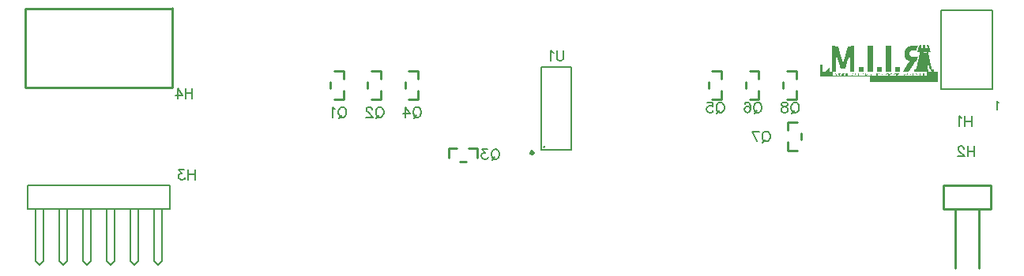
<source format=gbo>
G04 Layer: BottomSilkscreenLayer*
G04 EasyEDA v6.5.9, 2023-12-18 21:36:12*
G04 Gerber Generator version 0.2*
G04 Scale: 100 percent, Rotated: No, Reflected: No *
G04 Dimensions in millimeters *
G04 leading zeros omitted , absolute positions ,4 integer and 5 decimal *
%FSLAX45Y45*%
%MOMM*%

%ADD10C,0.1524*%
%ADD11C,0.1500*%
%ADD12C,0.2540*%
%ADD13C,0.2032*%
%ADD14C,0.1375*%
%ADD15C,0.4000*%
%ADD16C,0.0158*%

%LPD*%
G36*
X10454284Y5184140D02*
G01*
X10449610Y5184089D01*
X10446004Y5183479D01*
X10443108Y5181904D01*
X10440670Y5178806D01*
X10438384Y5173726D01*
X10436047Y5166156D01*
X10429849Y5141518D01*
X10421366Y5106365D01*
X10438638Y5106212D01*
X10442143Y5105552D01*
X10444053Y5104333D01*
X10485272Y5104333D01*
X10488269Y5105450D01*
X10494213Y5106162D01*
X10502849Y5106365D01*
X10513517Y5106162D01*
X10519562Y5105298D01*
X10521899Y5103469D01*
X10521543Y5100421D01*
X10519714Y5097627D01*
X10516616Y5096205D01*
X10511637Y5096002D01*
X10504068Y5096916D01*
X10497870Y5098135D01*
X10492282Y5099659D01*
X10487914Y5101285D01*
X10485323Y5102860D01*
X10485272Y5104333D01*
X10444053Y5104333D01*
X10444530Y5104028D01*
X10445750Y5101285D01*
X10445953Y5096967D01*
X10445191Y5090820D01*
X10410809Y4939690D01*
X10527741Y4939690D01*
X10527995Y4949850D01*
X10529112Y4955387D01*
X10531856Y4957724D01*
X10536783Y4958232D01*
X10541609Y4957673D01*
X10544708Y4955336D01*
X10546689Y4950256D01*
X10549839Y4934204D01*
X10551922Y4928260D01*
X10554512Y4923790D01*
X10561929Y4916576D01*
X10566755Y4908651D01*
X10570616Y4899914D01*
X10572191Y4892852D01*
X10570870Y4892344D01*
X10567314Y4891938D01*
X10555528Y4891582D01*
X10538866Y4891582D01*
X10538866Y4906365D01*
X10538561Y4913223D01*
X10537596Y4917795D01*
X10535869Y4920386D01*
X10530687Y4922113D01*
X10528960Y4925212D01*
X10528046Y4930902D01*
X10527741Y4939690D01*
X10410809Y4939690D01*
X10409986Y4936134D01*
X10407751Y4928514D01*
X10405160Y4924958D01*
X10401198Y4922926D01*
X10389870Y4920996D01*
X10386161Y4919472D01*
X10383977Y4917338D01*
X10383266Y4914493D01*
X10382554Y4907635D01*
X10380980Y4899914D01*
X10378744Y4891582D01*
X10516666Y4891582D01*
X10516666Y4847132D01*
X9509201Y4847132D01*
X9509201Y4891582D01*
X9405518Y4891582D01*
X9405518Y4965649D01*
X9375851Y4965649D01*
X9375851Y4843424D01*
X9912908Y4843424D01*
X9912908Y4784140D01*
X10642549Y4784140D01*
X10642549Y4891582D01*
X10602468Y4891582D01*
X10600029Y4906162D01*
X10598353Y4913985D01*
X10596016Y4918557D01*
X10592206Y4920843D01*
X10579404Y4923028D01*
X10575391Y4925923D01*
X10572648Y4932172D01*
X10546232Y5049520D01*
X10536631Y5094630D01*
X10535158Y5102961D01*
X10536224Y5104282D01*
X10539069Y5105400D01*
X10543336Y5106111D01*
X10554411Y5106670D01*
X10558272Y5107482D01*
X10560100Y5108956D01*
X10560050Y5111089D01*
X10556341Y5124450D01*
X10545064Y5169357D01*
X10543184Y5175402D01*
X10541355Y5179568D01*
X10539476Y5182108D01*
X10537240Y5183479D01*
X10534497Y5184038D01*
X10531043Y5184140D01*
X10524032Y5182870D01*
X10520629Y5178755D01*
X10520629Y5171389D01*
X10525658Y5155082D01*
X10525404Y5152237D01*
X10522508Y5151069D01*
X10516565Y5150815D01*
X10510367Y5151170D01*
X10507065Y5153152D01*
X10505744Y5158130D01*
X10505338Y5177078D01*
X10503865Y5182057D01*
X10500055Y5183886D01*
X10492587Y5184140D01*
X10485120Y5183886D01*
X10481259Y5182057D01*
X10479836Y5177078D01*
X10479379Y5158079D01*
X10478058Y5153101D01*
X10474655Y5151170D01*
X10468254Y5150815D01*
X10462717Y5151120D01*
X10459516Y5152136D01*
X10458348Y5154117D01*
X10458805Y5157317D01*
X10462971Y5172303D01*
X10463885Y5177078D01*
X10463885Y5180330D01*
X10462971Y5182412D01*
X10461091Y5183581D01*
X10458246Y5184038D01*
G37*
G36*
X10425176Y5174132D02*
G01*
X10367721Y5171694D01*
X10348417Y5170220D01*
X10341254Y5169154D01*
X10335260Y5167884D01*
X10329976Y5166207D01*
X10325049Y5164124D01*
X10320070Y5161534D01*
X10315244Y5158638D01*
X10310723Y5155387D01*
X10306558Y5151780D01*
X10302646Y5147919D01*
X10299090Y5143754D01*
X10295788Y5139385D01*
X10292842Y5134762D01*
X10290200Y5129936D01*
X10287863Y5124958D01*
X10285831Y5119776D01*
X10284104Y5114493D01*
X10282682Y5109108D01*
X10281564Y5103672D01*
X10280294Y5092598D01*
X10280243Y5081473D01*
X10280700Y5075936D01*
X10281462Y5070449D01*
X10282529Y5065115D01*
X10283901Y5059832D01*
X10285628Y5054701D01*
X10287609Y5049672D01*
X10289946Y5044897D01*
X10292537Y5040274D01*
X10295483Y5035905D01*
X10298734Y5031740D01*
X10302290Y5027879D01*
X10306151Y5024323D01*
X10310317Y5021072D01*
X10314787Y5018176D01*
X10328046Y5011369D01*
X10332110Y5008168D01*
X10332516Y5005019D01*
X10324896Y4992217D01*
X10300563Y4949190D01*
X10285780Y4924348D01*
X10268610Y4897120D01*
X10315143Y4895392D01*
X10319105Y4895443D01*
X10322610Y4895850D01*
X10325709Y4896662D01*
X10328554Y4897932D01*
X10331246Y4899863D01*
X10333888Y4902454D01*
X10336631Y4905806D01*
X10342829Y4915357D01*
X10374985Y4972862D01*
X10384434Y4989271D01*
X10387939Y4994960D01*
X10390835Y4999228D01*
X10393222Y5002276D01*
X10395254Y5004257D01*
X10397134Y5005527D01*
X10399014Y5006136D01*
X10403179Y5006390D01*
X10407802Y5007203D01*
X10411307Y5010353D01*
X10414406Y5017109D01*
X10417911Y5028539D01*
X10422229Y5044744D01*
X10424058Y5052618D01*
X10421264Y5053380D01*
X10413796Y5053990D01*
X10402671Y5054396D01*
X10370159Y5054803D01*
X10363504Y5055209D01*
X10358221Y5055920D01*
X10354056Y5057038D01*
X10350550Y5058511D01*
X10347350Y5060492D01*
X10344150Y5063083D01*
X10339679Y5067960D01*
X10336377Y5073700D01*
X10334244Y5080000D01*
X10333380Y5086654D01*
X10333736Y5093411D01*
X10335310Y5099964D01*
X10338155Y5106111D01*
X10342219Y5111546D01*
X10345013Y5114340D01*
X10347807Y5116576D01*
X10350906Y5118252D01*
X10354564Y5119522D01*
X10359136Y5120436D01*
X10364825Y5121097D01*
X10381030Y5121960D01*
X10411104Y5123027D01*
X10421213Y5160467D01*
G37*
G36*
X9501784Y5169611D02*
G01*
X9501784Y4895240D01*
X9546234Y4895240D01*
X9546844Y4993335D01*
X9547656Y5023154D01*
X9548876Y5049469D01*
X9550247Y5069382D01*
X9550958Y5076139D01*
X9551619Y5080203D01*
X9551974Y5081168D01*
X9552279Y5081320D01*
X9552889Y5079085D01*
X9553143Y5076647D01*
X9554057Y5072278D01*
X9556089Y5064506D01*
X9589770Y4955235D01*
X9596882Y4931206D01*
X9598660Y4927803D01*
X9602520Y4925974D01*
X9609734Y4925314D01*
X9621570Y4925669D01*
X9644380Y4926736D01*
X9666224Y4993233D01*
X9674961Y5020513D01*
X9686493Y5058359D01*
X9692132Y5076088D01*
X9693757Y5080457D01*
X9694011Y5080508D01*
X9694519Y5077815D01*
X9695078Y5071516D01*
X9696043Y5049926D01*
X9696856Y5018684D01*
X9698228Y4895240D01*
X9742525Y4895240D01*
X9742525Y5169611D01*
X9674606Y5167477D01*
X9655302Y5101132D01*
X9636506Y5034991D01*
X9631578Y5018278D01*
X9627717Y5005984D01*
X9624771Y4997653D01*
X9622586Y4992878D01*
X9621723Y4991658D01*
X9620961Y4991201D01*
X9620351Y4991354D01*
X9619792Y4992116D01*
X9591294Y5093004D01*
X9569856Y5167477D01*
G37*
G36*
X10083292Y5169357D02*
G01*
X10083292Y4895240D01*
X10138867Y4895240D01*
X10138867Y5169357D01*
G37*
G36*
X9887000Y5169357D02*
G01*
X9887000Y4895240D01*
X9942576Y4895240D01*
X9942576Y5169357D01*
G37*
G36*
X10183317Y4947107D02*
G01*
X10183317Y4895240D01*
X10235133Y4895240D01*
X10235133Y4947107D01*
G37*
G36*
X9987026Y4947107D02*
G01*
X9987026Y4895240D01*
X10038842Y4895240D01*
X10038842Y4947107D01*
G37*
G36*
X9790684Y4947107D02*
G01*
X9790684Y4895240D01*
X9842550Y4895240D01*
X9842550Y4947107D01*
G37*
G36*
X9478568Y4943398D02*
G01*
X9476282Y4941519D01*
X9463024Y4928666D01*
X9429800Y4895240D01*
X9479584Y4895240D01*
X9479483Y4928666D01*
X9479280Y4936337D01*
X9478924Y4941519D01*
G37*
G36*
X9861143Y4881270D02*
G01*
X9859568Y4880508D01*
X9858146Y4878425D01*
X9857130Y4875174D01*
X9856571Y4870856D01*
X9856724Y4865624D01*
X9857486Y4859883D01*
X9858552Y4855159D01*
X9859822Y4852009D01*
X9861042Y4850790D01*
X9863480Y4853178D01*
X9865309Y4859070D01*
X9866122Y4866640D01*
X9865563Y4873955D01*
X9864344Y4878120D01*
X9862820Y4880508D01*
G37*
G36*
X10490606Y4880457D02*
G01*
X10484408Y4879136D01*
X10480090Y4875834D01*
X10478465Y4871415D01*
X10480141Y4866843D01*
X10481767Y4864201D01*
X10482173Y4861560D01*
X10481310Y4858715D01*
X10476585Y4852111D01*
X10475925Y4850841D01*
X10477195Y4851501D01*
X10480497Y4854041D01*
X10483189Y4856784D01*
X10484815Y4859985D01*
X10485323Y4863693D01*
X10484104Y4871466D01*
X10484256Y4874260D01*
X10485018Y4876088D01*
X10486390Y4876749D01*
X10488015Y4875631D01*
X10489488Y4872685D01*
X10490708Y4868265D01*
X10491470Y4862880D01*
X10492689Y4848961D01*
X10494568Y4864709D01*
X10495280Y4872482D01*
X10494924Y4877308D01*
X10493451Y4879746D01*
G37*
G36*
X10448137Y4880457D02*
G01*
X10446613Y4879390D01*
X10445699Y4876342D01*
X10445343Y4871669D01*
X10445648Y4865624D01*
X10446969Y4855159D01*
X10447578Y4852009D01*
X10448137Y4850790D01*
X10448645Y4852009D01*
X10449306Y4855159D01*
X10450626Y4865624D01*
X10450880Y4871669D01*
X10450525Y4876342D01*
X10449610Y4879390D01*
G37*
G36*
X10312095Y4880457D02*
G01*
X10310977Y4879289D01*
X10310063Y4876088D01*
X10309453Y4871364D01*
X10309250Y4865624D01*
X10309656Y4855159D01*
X10310114Y4852009D01*
X10310672Y4850790D01*
X10311384Y4852009D01*
X10312146Y4855159D01*
X10313568Y4865624D01*
X10313873Y4871364D01*
X10313720Y4876088D01*
X10313111Y4879289D01*
G37*
G36*
X10274858Y4880457D02*
G01*
X10272826Y4879594D01*
X10271607Y4876901D01*
X10271201Y4872278D01*
X10271556Y4865624D01*
X10272369Y4859883D01*
X10273538Y4855159D01*
X10274909Y4852009D01*
X10276281Y4850790D01*
X10277551Y4852009D01*
X10278618Y4855159D01*
X10279329Y4859883D01*
X10279583Y4865624D01*
X10279278Y4871974D01*
X10278364Y4876596D01*
X10276890Y4879492D01*
G37*
G36*
X10190632Y4880457D02*
G01*
X10184384Y4879949D01*
X10178897Y4878628D01*
X10174224Y4876495D01*
X10170617Y4873752D01*
X10168077Y4870450D01*
X10166756Y4866741D01*
X10166807Y4862728D01*
X10168331Y4858512D01*
X10170058Y4855514D01*
X10171785Y4853076D01*
X10173258Y4851400D01*
X10174325Y4850790D01*
X10174732Y4851349D01*
X10174579Y4852771D01*
X10173868Y4854854D01*
X10172649Y4857394D01*
X10171125Y4863744D01*
X10172598Y4870043D01*
X10176306Y4874818D01*
X10181640Y4876749D01*
X10184028Y4875885D01*
X10185857Y4873294D01*
X10187025Y4868976D01*
X10187635Y4862880D01*
X10188244Y4848961D01*
X10189718Y4862880D01*
X10190581Y4868672D01*
X10191699Y4872837D01*
X10193020Y4875428D01*
X10194391Y4876292D01*
X10195763Y4875580D01*
X10197033Y4873142D01*
X10198049Y4869129D01*
X10198811Y4863388D01*
X10199979Y4850028D01*
X10213594Y4865217D01*
X10218623Y4871161D01*
X10222280Y4875987D01*
X10224211Y4879238D01*
X10224058Y4880457D01*
X10222026Y4879492D01*
X10218928Y4876901D01*
X10215118Y4873091D01*
X10211054Y4868418D01*
X10201198Y4856378D01*
X10202722Y4868418D01*
X10203332Y4875225D01*
X10202164Y4878781D01*
X10198303Y4880203D01*
G37*
G36*
X10106101Y4880457D02*
G01*
X10099294Y4879695D01*
X10093045Y4877714D01*
X10087610Y4874768D01*
X10083342Y4871110D01*
X10080447Y4867198D01*
X10079278Y4863185D01*
X10080142Y4859528D01*
X10083241Y4856378D01*
X10084562Y4855921D01*
X10085222Y4856429D01*
X10085324Y4857800D01*
X10084714Y4859934D01*
X10084460Y4865420D01*
X10086949Y4870856D01*
X10091369Y4875072D01*
X10096703Y4876749D01*
X10098938Y4875834D01*
X10100665Y4873193D01*
X10101834Y4868824D01*
X10102443Y4862880D01*
X10103053Y4848961D01*
X10104526Y4862880D01*
X10105339Y4868265D01*
X10106558Y4872685D01*
X10107980Y4875631D01*
X10109454Y4876749D01*
X10110825Y4875631D01*
X10111943Y4872685D01*
X10112756Y4868265D01*
X10113060Y4862880D01*
X10113213Y4848961D01*
X10125506Y4862880D01*
X10130586Y4868265D01*
X10135362Y4872685D01*
X10139273Y4875631D01*
X10141813Y4876749D01*
X10143490Y4875631D01*
X10145064Y4872685D01*
X10146385Y4868265D01*
X10147249Y4862880D01*
X10148722Y4848961D01*
X10149332Y4864709D01*
X10149382Y4872736D01*
X10148570Y4877562D01*
X10146487Y4879848D01*
X10142880Y4880457D01*
X10139324Y4879492D01*
X10134904Y4876901D01*
X10130180Y4873091D01*
X10125659Y4868418D01*
X10115550Y4856378D01*
X10117277Y4868418D01*
X10118039Y4875174D01*
X10117023Y4878781D01*
X10113365Y4880203D01*
G37*
G36*
X10072827Y4880457D02*
G01*
X10071760Y4879594D01*
X10071150Y4877206D01*
X10070998Y4873650D01*
X10071404Y4869332D01*
X10072979Y4861509D01*
X10073792Y4859121D01*
X10074452Y4858207D01*
X10075011Y4859121D01*
X10075468Y4861509D01*
X10075875Y4869332D01*
X10075672Y4873650D01*
X10075011Y4877206D01*
X10073995Y4879594D01*
G37*
G36*
X9990328Y4880457D02*
G01*
X9984486Y4878882D01*
X9979863Y4875225D01*
X9977729Y4870958D01*
X9979406Y4867605D01*
X9980930Y4866030D01*
X9981387Y4863795D01*
X9980777Y4860848D01*
X9977018Y4852720D01*
X9976561Y4851044D01*
X9978034Y4851958D01*
X9981641Y4855260D01*
X9984587Y4858562D01*
X9985959Y4861306D01*
X9985705Y4863947D01*
X9982454Y4868926D01*
X9981641Y4871059D01*
X9981488Y4872939D01*
X9982098Y4874310D01*
X9985654Y4876647D01*
X9988346Y4875530D01*
X9990277Y4871008D01*
X9991445Y4862880D01*
X9992664Y4848961D01*
X9994544Y4864709D01*
X9995255Y4872634D01*
X9994900Y4877409D01*
X9993325Y4879797D01*
G37*
G36*
X9962946Y4880457D02*
G01*
X9961422Y4879390D01*
X9960508Y4876342D01*
X9960152Y4871669D01*
X9960457Y4865624D01*
X9961727Y4855159D01*
X9962388Y4852009D01*
X9962946Y4850790D01*
X9963454Y4852009D01*
X9964115Y4855159D01*
X9965436Y4865624D01*
X9965690Y4871669D01*
X9965334Y4876342D01*
X9964420Y4879390D01*
G37*
G36*
X9919309Y4880457D02*
G01*
X9917277Y4879594D01*
X9916058Y4876901D01*
X9915652Y4872278D01*
X9916007Y4865624D01*
X9916820Y4859883D01*
X9917988Y4855159D01*
X9919309Y4852009D01*
X9920732Y4850790D01*
X9922002Y4852009D01*
X9923068Y4855159D01*
X9923780Y4859883D01*
X9924034Y4865624D01*
X9923729Y4871974D01*
X9922814Y4876596D01*
X9921341Y4879492D01*
G37*
G36*
X9887204Y4880457D02*
G01*
X9885527Y4879594D01*
X9883444Y4877257D01*
X9881260Y4873802D01*
X9877044Y4865522D01*
X9874859Y4862474D01*
X9872929Y4860696D01*
X9871456Y4860544D01*
X9870490Y4860747D01*
X9870084Y4860036D01*
X9870186Y4858562D01*
X9871760Y4854194D01*
X9872624Y4852568D01*
X9873386Y4851603D01*
X9873843Y4851603D01*
X9882479Y4866538D01*
X9885324Y4871974D01*
X9887153Y4876342D01*
X9887813Y4879340D01*
G37*
G36*
X9821672Y4880457D02*
G01*
X9819640Y4879340D01*
X9816338Y4876393D01*
X9808057Y4867351D01*
X9804095Y4862423D01*
X9800894Y4858004D01*
X9798913Y4854702D01*
X9798659Y4853076D01*
X9800132Y4853787D01*
X9803231Y4856530D01*
X9807498Y4860848D01*
X9812426Y4866284D01*
X9816998Y4871770D01*
X9820300Y4876292D01*
X9821926Y4879340D01*
G37*
G36*
X9648088Y4880457D02*
G01*
X9648088Y4865979D01*
X9648342Y4860493D01*
X9648901Y4856276D01*
X9649815Y4853736D01*
X9650882Y4853228D01*
X9651949Y4854752D01*
X9652863Y4857648D01*
X9653422Y4861509D01*
X9654032Y4871110D01*
X9655200Y4874463D01*
X9657486Y4876241D01*
X9661093Y4876749D01*
X9664750Y4876139D01*
X9667138Y4874006D01*
X9668459Y4869738D01*
X9669068Y4862880D01*
X9669678Y4848961D01*
X9671202Y4861915D01*
X9672167Y4867148D01*
X9673590Y4871821D01*
X9675317Y4875479D01*
X9677095Y4877562D01*
X9677450Y4878628D01*
X9675266Y4879543D01*
X9670897Y4880152D01*
X9664750Y4880406D01*
G37*
G36*
X9625990Y4880457D02*
G01*
X9619538Y4880152D01*
X9616338Y4878425D01*
X9615424Y4874006D01*
X9615982Y4865624D01*
X9616846Y4859578D01*
X9617964Y4855159D01*
X9619284Y4852314D01*
X9620656Y4851196D01*
X9621926Y4851704D01*
X9622993Y4853990D01*
X9623755Y4858004D01*
X9624314Y4869180D01*
X9625076Y4873091D01*
X9626193Y4875530D01*
X9627514Y4876444D01*
X9628886Y4875834D01*
X9630206Y4873650D01*
X9631375Y4869992D01*
X9632188Y4864709D01*
X9633458Y4852670D01*
X9635388Y4866538D01*
X9636252Y4874412D01*
X9635540Y4878527D01*
X9632340Y4880152D01*
G37*
G36*
X9588652Y4880457D02*
G01*
X9585756Y4880051D01*
X9582708Y4878933D01*
X9579508Y4877003D01*
X9576155Y4874361D01*
X9572650Y4870958D01*
X9568992Y4866843D01*
X9565233Y4861966D01*
X9561372Y4856378D01*
X9560204Y4854295D01*
X9560661Y4854092D01*
X9562642Y4855718D01*
X9575393Y4869180D01*
X9577730Y4854702D01*
X9578289Y4853787D01*
X9578695Y4856480D01*
X9579610Y4868976D01*
X9580778Y4873294D01*
X9582556Y4875885D01*
X9584893Y4876749D01*
X9587280Y4875834D01*
X9589211Y4873193D01*
X9590582Y4868824D01*
X9591446Y4862880D01*
X9592665Y4848961D01*
X9595358Y4873142D01*
X9594850Y4877866D01*
X9592767Y4879949D01*
G37*
G36*
X9537852Y4880457D02*
G01*
X9537141Y4879898D01*
X9537801Y4878476D01*
X9539681Y4876342D01*
X9546894Y4869840D01*
X9548774Y4866589D01*
X9548418Y4862982D01*
X9546132Y4857953D01*
X9543694Y4853228D01*
X9543034Y4851196D01*
X9544304Y4851552D01*
X9547504Y4854041D01*
X9551873Y4858613D01*
X9553346Y4863033D01*
X9551873Y4867910D01*
X9547504Y4873650D01*
X9544862Y4876292D01*
X9542170Y4878476D01*
X9539732Y4879898D01*
G37*
G36*
X10400080Y4880406D02*
G01*
X10397185Y4880203D01*
X10395712Y4879594D01*
X10395610Y4878730D01*
X10396880Y4877562D01*
X10398658Y4875479D01*
X10400334Y4871821D01*
X10401706Y4867148D01*
X10402519Y4861915D01*
X10403840Y4848961D01*
X10405719Y4864709D01*
X10406481Y4873040D01*
X10406024Y4877816D01*
X10403992Y4879949D01*
G37*
G36*
X10345115Y4880406D02*
G01*
X10342473Y4880356D01*
X10339374Y4879035D01*
X10337038Y4876800D01*
X10336580Y4875479D01*
X10337038Y4874818D01*
X10338409Y4874717D01*
X10340543Y4875326D01*
X10344556Y4877308D01*
X10345826Y4878273D01*
X10346283Y4878984D01*
G37*
G36*
X10463225Y4880152D02*
G01*
X10460685Y4880102D01*
X10458907Y4879695D01*
X10458094Y4879035D01*
X10458399Y4878222D01*
X10459618Y4877511D01*
X10461396Y4877206D01*
X10463428Y4877358D01*
X10465460Y4877917D01*
X10466984Y4878730D01*
X10467086Y4879390D01*
X10465816Y4879898D01*
G37*
G36*
X10055809Y4880152D02*
G01*
X10053269Y4880102D01*
X10051491Y4879695D01*
X10050678Y4879035D01*
X10050983Y4878222D01*
X10052202Y4877511D01*
X10053980Y4877206D01*
X10056012Y4877358D01*
X10058044Y4877917D01*
X10059568Y4878730D01*
X10059670Y4879390D01*
X10058400Y4879898D01*
G37*
G36*
X9559544Y4880152D02*
G01*
X9556953Y4880102D01*
X9555175Y4879695D01*
X9554362Y4879035D01*
X9554667Y4878222D01*
X9555937Y4877511D01*
X9557664Y4877206D01*
X9559696Y4877358D01*
X9561779Y4877917D01*
X9563252Y4878730D01*
X9563354Y4879390D01*
X9562084Y4879898D01*
G37*
G36*
X9792462Y4880000D02*
G01*
X9786112Y4879949D01*
X9782911Y4878374D01*
X9782098Y4873853D01*
X9782708Y4865166D01*
X9783470Y4860137D01*
X9784537Y4856683D01*
X9785858Y4854854D01*
X9787178Y4854600D01*
X9788499Y4855870D01*
X9789566Y4858562D01*
X9790328Y4862677D01*
X9790633Y4868164D01*
X9791141Y4871466D01*
X9792563Y4874361D01*
X9794646Y4876596D01*
X9798862Y4878578D01*
X9798507Y4879238D01*
X9796322Y4879695D01*
G37*
G36*
X10366756Y4879949D02*
G01*
X10361879Y4879644D01*
X10359796Y4879187D01*
X10360406Y4878628D01*
X10363606Y4877866D01*
X10367467Y4876596D01*
X10369905Y4874310D01*
X10371124Y4870704D01*
X10371734Y4855870D01*
X10373156Y4852720D01*
X10374985Y4855921D01*
X10376509Y4865420D01*
X10377119Y4873955D01*
X10376255Y4878374D01*
X10373055Y4879949D01*
G37*
G36*
X10012934Y4879949D02*
G01*
X10008209Y4879898D01*
X10005060Y4879390D01*
X10003637Y4878628D01*
X10004298Y4877562D01*
X10006076Y4875479D01*
X10007803Y4871821D01*
X10009225Y4867148D01*
X10010190Y4861915D01*
X10011765Y4848961D01*
X10012324Y4862576D01*
X10012984Y4868824D01*
X10014305Y4873345D01*
X10016439Y4876342D01*
X10020909Y4878578D01*
X10020198Y4879187D01*
X10017455Y4879695D01*
G37*
G36*
X9758527Y4879949D02*
G01*
X9752330Y4879898D01*
X9746945Y4879289D01*
X9742932Y4878374D01*
X9740900Y4877104D01*
X9740696Y4875936D01*
X9741611Y4875276D01*
X9743541Y4875174D01*
X9750145Y4876190D01*
X9752482Y4874768D01*
X9753701Y4870653D01*
X9754260Y4863287D01*
X9754920Y4848961D01*
X9756343Y4862626D01*
X9757410Y4869281D01*
X9759188Y4873752D01*
X9761931Y4876444D01*
X9767824Y4878527D01*
X9767062Y4879136D01*
X9763912Y4879644D01*
G37*
G36*
X10030053Y4879746D02*
G01*
X10029190Y4879441D01*
X10028478Y4878171D01*
X10028224Y4876444D01*
X10028326Y4874412D01*
X10028936Y4872329D01*
X10029748Y4870856D01*
X10030409Y4870754D01*
X10030917Y4871974D01*
X10031171Y4874564D01*
X10031069Y4877155D01*
X10030714Y4878933D01*
G37*
G36*
X9838994Y4876749D02*
G01*
X9837470Y4876495D01*
X9836251Y4875733D01*
X9835438Y4874666D01*
X9834981Y4871567D01*
X9833762Y4866640D01*
X9832898Y4864100D01*
X9832289Y4861407D01*
X9832949Y4859578D01*
X9834981Y4858562D01*
X9838436Y4858207D01*
X9841484Y4858512D01*
X9843973Y4859274D01*
X9845649Y4860442D01*
X9846259Y4861814D01*
X9845802Y4863033D01*
X9844481Y4863693D01*
X9842601Y4863693D01*
X9837318Y4862220D01*
X9836150Y4862677D01*
X9836556Y4864760D01*
X9840163Y4872228D01*
X9840772Y4874717D01*
X9840366Y4876241D01*
G37*
G36*
X9703968Y4876749D02*
G01*
X9703663Y4864150D01*
X9703866Y4859375D01*
X9704476Y4855718D01*
X9705340Y4853584D01*
X9706457Y4853228D01*
X9708388Y4856937D01*
X9709150Y4863287D01*
X9708591Y4869891D01*
X9706762Y4874260D01*
G37*
G36*
X9606483Y4876749D02*
G01*
X9605924Y4876088D01*
X9605822Y4874361D01*
X9606076Y4871770D01*
X9606788Y4868621D01*
X9607296Y4865065D01*
X9607092Y4861458D01*
X9606280Y4858156D01*
X9604908Y4855616D01*
X9603435Y4853584D01*
X9602927Y4852060D01*
X9603333Y4851146D01*
X9604654Y4850790D01*
X9608108Y4852365D01*
X9610394Y4856480D01*
X9611258Y4862271D01*
X9610394Y4868976D01*
X9608413Y4874463D01*
X9607397Y4876139D01*
G37*
G36*
X10240619Y4875631D02*
G01*
X10239248Y4873040D01*
X10237063Y4867808D01*
X10235031Y4862017D01*
X10233609Y4857038D01*
X10232999Y4853330D01*
X10233304Y4851450D01*
X10234015Y4851044D01*
X10234625Y4851400D01*
X10235031Y4852365D01*
X10235133Y4853889D01*
X10235793Y4855616D01*
X10237622Y4857089D01*
X10240264Y4858156D01*
X10243464Y4858664D01*
X10247122Y4858918D01*
X10248595Y4859375D01*
X10247985Y4859934D01*
X10245344Y4860798D01*
X10242397Y4862068D01*
X10240721Y4864303D01*
X10240213Y4867656D01*
X10241127Y4875428D01*
G37*
G36*
X9942372Y4874971D02*
G01*
X9940544Y4874056D01*
X9938461Y4871059D01*
X9936124Y4865979D01*
X9934295Y4861052D01*
X9933127Y4856683D01*
X9932720Y4853381D01*
X9933127Y4851603D01*
X9933889Y4851146D01*
X9934549Y4851450D01*
X9935006Y4852365D01*
X9935159Y4853889D01*
X9935819Y4855616D01*
X9937597Y4857089D01*
X9940239Y4858156D01*
X9943490Y4858664D01*
X9947097Y4858918D01*
X9948570Y4859375D01*
X9947960Y4859934D01*
X9945319Y4860798D01*
X9941052Y4862880D01*
X9939020Y4865725D01*
X9939477Y4868265D01*
X9944100Y4869688D01*
X9944709Y4870653D01*
X9944709Y4872075D01*
X9943896Y4873853D01*
G37*
G36*
X9727488Y4874971D02*
G01*
X9725660Y4873802D01*
X9723526Y4870805D01*
X9721291Y4865979D01*
X9719513Y4861052D01*
X9718344Y4856683D01*
X9717887Y4853381D01*
X9718294Y4851603D01*
X9719056Y4851146D01*
X9719716Y4851450D01*
X9720173Y4852365D01*
X9720326Y4853889D01*
X9720986Y4855616D01*
X9722764Y4857038D01*
X9725406Y4858054D01*
X9732975Y4858715D01*
X9734600Y4859121D01*
X9733483Y4860036D01*
X9726879Y4862982D01*
X9725456Y4864354D01*
X9725507Y4865674D01*
X9728657Y4868519D01*
X9729470Y4870297D01*
X9729622Y4872228D01*
X9728962Y4874107D01*
G37*
G36*
X10386060Y4874310D02*
G01*
X10384993Y4872939D01*
X10384129Y4870500D01*
X10383520Y4867351D01*
X10383316Y4863795D01*
X10383520Y4860239D01*
X10384129Y4857038D01*
X10384993Y4854600D01*
X10386060Y4853228D01*
X10387177Y4853533D01*
X10388041Y4855616D01*
X10388650Y4859172D01*
X10388854Y4863795D01*
X10388650Y4868418D01*
X10388041Y4871923D01*
X10387177Y4874006D01*
G37*
G36*
X10416946Y4874107D02*
G01*
X10415727Y4873599D01*
X10414508Y4871567D01*
X10413695Y4868621D01*
X10413441Y4865116D01*
X10413695Y4861407D01*
X10414457Y4857394D01*
X10415168Y4856480D01*
X10415981Y4858918D01*
X10417098Y4864811D01*
X10417657Y4869586D01*
X10417606Y4872736D01*
G37*
G36*
X10045750Y4871770D02*
G01*
X10043617Y4870704D01*
X10037927Y4867300D01*
X10034016Y4864404D01*
X10030815Y4861102D01*
X10028732Y4857851D01*
X10028021Y4855006D01*
X10028275Y4852212D01*
X10028682Y4851196D01*
X10029393Y4851958D01*
X10031882Y4857038D01*
X10034270Y4860239D01*
X10037165Y4863592D01*
X10044582Y4870450D01*
G37*
G36*
X10301071Y4870653D02*
G01*
X10299090Y4870450D01*
X10296144Y4869230D01*
X10292588Y4867148D01*
X10288981Y4864506D01*
X10286034Y4861864D01*
X10284053Y4859477D01*
X10283291Y4857699D01*
X10284053Y4856886D01*
X10286034Y4857140D01*
X10288981Y4858308D01*
X10292588Y4860442D01*
X10296144Y4863033D01*
X10299090Y4865674D01*
X10301071Y4868062D01*
X10301833Y4869840D01*
G37*
G36*
X10347096Y4870246D02*
G01*
X10340848Y4866690D01*
X10334498Y4861560D01*
X10331551Y4857191D01*
X10332262Y4856581D01*
X10334193Y4856988D01*
X10337139Y4858308D01*
X10340695Y4860442D01*
X10344302Y4863033D01*
X10347248Y4865725D01*
X10349230Y4868113D01*
X10349992Y4869942D01*
G37*
G36*
X10437469Y4868621D02*
G01*
X10436606Y4868316D01*
X10435894Y4867097D01*
X10435640Y4865319D01*
X10435742Y4863287D01*
X10436352Y4861255D01*
X10437164Y4859731D01*
X10437825Y4859629D01*
X10438333Y4860899D01*
X10438587Y4863490D01*
X10438485Y4866030D01*
X10438130Y4867808D01*
G37*
G36*
X9529724Y4863896D02*
G01*
X9528962Y4862880D01*
X9528403Y4860696D01*
X9528200Y4858207D01*
X9528403Y4855768D01*
X9528962Y4853584D01*
X9529724Y4852517D01*
X9530283Y4853025D01*
X9530689Y4855006D01*
X9530842Y4858207D01*
X9530689Y4861458D01*
X9530283Y4863388D01*
G37*
D10*
X10999990Y4415307D02*
G01*
X10999990Y4306341D01*
X10927346Y4415307D02*
G01*
X10927346Y4306341D01*
X10999990Y4363491D02*
G01*
X10927346Y4363491D01*
X10893056Y4394479D02*
G01*
X10882642Y4399813D01*
X10866894Y4415307D01*
X10866894Y4306341D01*
D11*
X11292827Y4561994D02*
G01*
X11283683Y4566566D01*
X11270221Y4580028D01*
X11270221Y4484524D01*
D10*
X11029784Y4093654D02*
G01*
X11029784Y3984688D01*
X10957140Y4093654D02*
G01*
X10957140Y3984688D01*
X11029784Y4041838D02*
G01*
X10957140Y4041838D01*
X10917516Y4067746D02*
G01*
X10917516Y4072826D01*
X10912436Y4083240D01*
X10907102Y4088574D01*
X10896688Y4093654D01*
X10876114Y4093654D01*
X10865700Y4088574D01*
X10860366Y4083240D01*
X10855286Y4072826D01*
X10855286Y4062412D01*
X10860366Y4051998D01*
X10870780Y4036504D01*
X10922850Y3984688D01*
X10849952Y3984688D01*
X2679832Y3843642D02*
G01*
X2679832Y3734676D01*
X2607188Y3843642D02*
G01*
X2607188Y3734676D01*
X2679832Y3791826D02*
G01*
X2607188Y3791826D01*
X2562484Y3843642D02*
G01*
X2505334Y3843642D01*
X2536322Y3801986D01*
X2520828Y3801986D01*
X2510414Y3796906D01*
X2505334Y3791826D01*
X2500000Y3776078D01*
X2500000Y3765664D01*
X2505334Y3750170D01*
X2515748Y3739756D01*
X2531242Y3734676D01*
X2546736Y3734676D01*
X2562484Y3739756D01*
X2567564Y3744836D01*
X2572898Y3755250D01*
X2649992Y4715306D02*
G01*
X2649992Y4606340D01*
X2577348Y4715306D02*
G01*
X2577348Y4606340D01*
X2649992Y4663490D02*
G01*
X2577348Y4663490D01*
X2490988Y4715306D02*
G01*
X2543058Y4642662D01*
X2465080Y4642662D01*
X2490988Y4715306D02*
G01*
X2490988Y4606340D01*
X4268749Y4515307D02*
G01*
X4279163Y4510227D01*
X4289577Y4499813D01*
X4294911Y4489399D01*
X4299991Y4473651D01*
X4299991Y4447743D01*
X4294911Y4432249D01*
X4289577Y4421835D01*
X4279163Y4411421D01*
X4268749Y4406341D01*
X4247921Y4406341D01*
X4237761Y4411421D01*
X4227347Y4421835D01*
X4222013Y4432249D01*
X4216933Y4447743D01*
X4216933Y4473651D01*
X4222013Y4489399D01*
X4227347Y4499813D01*
X4237761Y4510227D01*
X4247921Y4515307D01*
X4268749Y4515307D01*
X4253255Y4426915D02*
G01*
X4222013Y4395927D01*
X4182643Y4494479D02*
G01*
X4172229Y4499813D01*
X4156481Y4515307D01*
X4156481Y4406341D01*
X4668748Y4515307D02*
G01*
X4679162Y4510227D01*
X4689576Y4499813D01*
X4694910Y4489399D01*
X4699990Y4473651D01*
X4699990Y4447743D01*
X4694910Y4432249D01*
X4689576Y4421835D01*
X4679162Y4411421D01*
X4668748Y4406341D01*
X4647920Y4406341D01*
X4637760Y4411421D01*
X4627346Y4421835D01*
X4622012Y4432249D01*
X4616932Y4447743D01*
X4616932Y4473651D01*
X4622012Y4489399D01*
X4627346Y4499813D01*
X4637760Y4510227D01*
X4647920Y4515307D01*
X4668748Y4515307D01*
X4653254Y4426915D02*
G01*
X4622012Y4395927D01*
X4577308Y4489399D02*
G01*
X4577308Y4494479D01*
X4572228Y4504893D01*
X4566894Y4510227D01*
X4556480Y4515307D01*
X4535906Y4515307D01*
X4525492Y4510227D01*
X4520158Y4504893D01*
X4515078Y4494479D01*
X4515078Y4484065D01*
X4520158Y4473651D01*
X4530572Y4458157D01*
X4582642Y4406341D01*
X4509744Y4406341D01*
X5908243Y4064533D02*
G01*
X5918657Y4059453D01*
X5929071Y4049039D01*
X5934405Y4038625D01*
X5939485Y4022877D01*
X5939485Y3996969D01*
X5934405Y3981475D01*
X5929071Y3971061D01*
X5918657Y3960647D01*
X5908243Y3955567D01*
X5887415Y3955567D01*
X5877255Y3960647D01*
X5866841Y3971061D01*
X5861507Y3981475D01*
X5856427Y3996969D01*
X5856427Y4022877D01*
X5861507Y4038625D01*
X5866841Y4049039D01*
X5877255Y4059453D01*
X5887415Y4064533D01*
X5908243Y4064533D01*
X5892749Y3976141D02*
G01*
X5861507Y3945153D01*
X5811723Y4064533D02*
G01*
X5754573Y4064533D01*
X5785815Y4022877D01*
X5770067Y4022877D01*
X5759653Y4017797D01*
X5754573Y4012717D01*
X5749239Y3996969D01*
X5749239Y3986555D01*
X5754573Y3971061D01*
X5764987Y3960647D01*
X5780481Y3955567D01*
X5795975Y3955567D01*
X5811723Y3960647D01*
X5816803Y3965727D01*
X5822137Y3976141D01*
X5068747Y4515307D02*
G01*
X5079161Y4510227D01*
X5089575Y4499813D01*
X5094909Y4489399D01*
X5099989Y4473651D01*
X5099989Y4447743D01*
X5094909Y4432249D01*
X5089575Y4421835D01*
X5079161Y4411421D01*
X5068747Y4406341D01*
X5047919Y4406341D01*
X5037759Y4411421D01*
X5027345Y4421835D01*
X5022011Y4432249D01*
X5016931Y4447743D01*
X5016931Y4473651D01*
X5022011Y4489399D01*
X5027345Y4499813D01*
X5037759Y4510227D01*
X5047919Y4515307D01*
X5068747Y4515307D01*
X5053253Y4426915D02*
G01*
X5022011Y4395927D01*
X4930571Y4515307D02*
G01*
X4982641Y4442663D01*
X4904663Y4442663D01*
X4930571Y4515307D02*
G01*
X4930571Y4406341D01*
X8318741Y4565307D02*
G01*
X8329155Y4560227D01*
X8339569Y4549813D01*
X8344903Y4539399D01*
X8349983Y4523651D01*
X8349983Y4497743D01*
X8344903Y4482249D01*
X8339569Y4471835D01*
X8329155Y4461421D01*
X8318741Y4456341D01*
X8297913Y4456341D01*
X8287753Y4461421D01*
X8277339Y4471835D01*
X8272005Y4482249D01*
X8266925Y4497743D01*
X8266925Y4523651D01*
X8272005Y4539399D01*
X8277339Y4549813D01*
X8287753Y4560227D01*
X8297913Y4565307D01*
X8318741Y4565307D01*
X8303247Y4476915D02*
G01*
X8272005Y4445927D01*
X8170151Y4565307D02*
G01*
X8222221Y4565307D01*
X8227301Y4518571D01*
X8222221Y4523651D01*
X8206473Y4528985D01*
X8190979Y4528985D01*
X8175485Y4523651D01*
X8165071Y4513491D01*
X8159737Y4497743D01*
X8159737Y4487329D01*
X8165071Y4471835D01*
X8175485Y4461421D01*
X8190979Y4456341D01*
X8206473Y4456341D01*
X8222221Y4461421D01*
X8227301Y4466501D01*
X8232635Y4476915D01*
X8718740Y4565307D02*
G01*
X8729154Y4560227D01*
X8739568Y4549813D01*
X8744902Y4539399D01*
X8749982Y4523651D01*
X8749982Y4497743D01*
X8744902Y4482249D01*
X8739568Y4471835D01*
X8729154Y4461421D01*
X8718740Y4456341D01*
X8697912Y4456341D01*
X8687752Y4461421D01*
X8677338Y4471835D01*
X8672004Y4482249D01*
X8666924Y4497743D01*
X8666924Y4523651D01*
X8672004Y4539399D01*
X8677338Y4549813D01*
X8687752Y4560227D01*
X8697912Y4565307D01*
X8718740Y4565307D01*
X8703246Y4476915D02*
G01*
X8672004Y4445927D01*
X8570150Y4549813D02*
G01*
X8575484Y4560227D01*
X8590978Y4565307D01*
X8601392Y4565307D01*
X8616886Y4560227D01*
X8627300Y4544479D01*
X8632634Y4518571D01*
X8632634Y4492663D01*
X8627300Y4471835D01*
X8616886Y4461421D01*
X8601392Y4456341D01*
X8596312Y4456341D01*
X8580564Y4461421D01*
X8570150Y4471835D01*
X8565070Y4487329D01*
X8565070Y4492663D01*
X8570150Y4508157D01*
X8580564Y4518571D01*
X8596312Y4523651D01*
X8601392Y4523651D01*
X8616886Y4518571D01*
X8627300Y4508157D01*
X8632634Y4492663D01*
X8808948Y4254068D02*
G01*
X8819362Y4248988D01*
X8829776Y4238574D01*
X8835110Y4228160D01*
X8840190Y4212412D01*
X8840190Y4186504D01*
X8835110Y4171010D01*
X8829776Y4160596D01*
X8819362Y4150182D01*
X8808948Y4145102D01*
X8788120Y4145102D01*
X8777960Y4150182D01*
X8767546Y4160596D01*
X8762212Y4171010D01*
X8757132Y4186504D01*
X8757132Y4212412D01*
X8762212Y4228160D01*
X8767546Y4238574D01*
X8777960Y4248988D01*
X8788120Y4254068D01*
X8808948Y4254068D01*
X8793454Y4165676D02*
G01*
X8762212Y4134688D01*
X8649944Y4254068D02*
G01*
X8702014Y4145102D01*
X8722842Y4254068D02*
G01*
X8649944Y4254068D01*
X9118739Y4565307D02*
G01*
X9129153Y4560227D01*
X9139567Y4549813D01*
X9144901Y4539399D01*
X9149981Y4523651D01*
X9149981Y4497743D01*
X9144901Y4482249D01*
X9139567Y4471835D01*
X9129153Y4461421D01*
X9118739Y4456341D01*
X9097911Y4456341D01*
X9087751Y4461421D01*
X9077337Y4471835D01*
X9072003Y4482249D01*
X9066923Y4497743D01*
X9066923Y4523651D01*
X9072003Y4539399D01*
X9077337Y4549813D01*
X9087751Y4560227D01*
X9097911Y4565307D01*
X9118739Y4565307D01*
X9103245Y4476915D02*
G01*
X9072003Y4445927D01*
X9006471Y4565307D02*
G01*
X9022219Y4560227D01*
X9027299Y4549813D01*
X9027299Y4539399D01*
X9022219Y4528985D01*
X9011805Y4523651D01*
X8990977Y4518571D01*
X8975483Y4513491D01*
X8965069Y4503077D01*
X8959735Y4492663D01*
X8959735Y4476915D01*
X8965069Y4466501D01*
X8970149Y4461421D01*
X8985897Y4456341D01*
X9006471Y4456341D01*
X9022219Y4461421D01*
X9027299Y4466501D01*
X9032633Y4476915D01*
X9032633Y4492663D01*
X9027299Y4503077D01*
X9016885Y4513491D01*
X9001391Y4518571D01*
X8980563Y4523651D01*
X8970149Y4528985D01*
X8965069Y4539399D01*
X8965069Y4549813D01*
X8970149Y4560227D01*
X8985897Y4565307D01*
X9006471Y4565307D01*
X6627368Y5120982D02*
G01*
X6627368Y5043004D01*
X6622288Y5027510D01*
X6611874Y5017096D01*
X6596125Y5012016D01*
X6585711Y5012016D01*
X6570218Y5017096D01*
X6559804Y5027510D01*
X6554724Y5043004D01*
X6554724Y5120982D01*
X6520434Y5100154D02*
G01*
X6510020Y5105488D01*
X6494272Y5120982D01*
X6494272Y5012016D01*
D11*
X11223993Y5554982D02*
G01*
X10675988Y5554982D01*
X10675988Y4704971D01*
X11223993Y4704971D01*
X11223993Y5554982D01*
D12*
X10822978Y3418992D02*
G01*
X10822978Y2783992D01*
X11076978Y3418992D02*
G01*
X11076978Y2783992D01*
X10695978Y3418992D02*
G01*
X11203978Y3418992D01*
X11203978Y3672992D01*
X10695978Y3672992D01*
X10695978Y3418992D01*
X2436888Y5572991D02*
G01*
X1687842Y5572991D01*
X862995Y5572991D01*
X2437000Y4722987D02*
G01*
X862995Y4722990D01*
X862995Y5572986D02*
G01*
X862995Y4722990D01*
X2437000Y4722987D02*
G01*
X2437000Y5578988D01*
D13*
X2242682Y3423008D02*
G01*
X2242682Y2865343D01*
X2285011Y2823006D01*
X2327341Y2865343D01*
X2327341Y3423008D01*
X1988680Y3423008D02*
G01*
X1988680Y2865343D01*
X2031009Y2823006D01*
X2073338Y2865343D01*
X2073338Y3423008D01*
X1734682Y3423008D02*
G01*
X1734682Y2865343D01*
X1777011Y2823006D01*
X1819341Y2865343D01*
X1819341Y3423008D01*
X1480682Y3423008D02*
G01*
X1480682Y2865343D01*
X1523011Y2823006D01*
X1565341Y2865343D01*
X1565341Y3423008D01*
X1226682Y3423008D02*
G01*
X1226682Y2865343D01*
X1269011Y2823006D01*
X1311341Y2865343D01*
X1311341Y3423008D01*
X972685Y3423008D02*
G01*
X972685Y2865343D01*
X1015014Y2823009D01*
X1057343Y2865343D01*
X1057343Y3423008D01*
X2412014Y3423008D02*
G01*
X2412014Y3673010D01*
X888014Y3423008D02*
G01*
X888014Y3673010D01*
X2412014Y3673010D02*
G01*
X888014Y3673010D01*
X2412014Y3423008D02*
G01*
X888014Y3423008D01*
D12*
X4269991Y4813589D02*
G01*
X4269991Y4899990D01*
X4269991Y4899990D02*
G01*
X4169989Y4899990D01*
X4129991Y4718593D02*
G01*
X4129991Y4781387D01*
X4269991Y4599990D02*
G01*
X4269991Y4686391D01*
X4269991Y4599990D02*
G01*
X4169989Y4599990D01*
X4669990Y4813589D02*
G01*
X4669990Y4899990D01*
X4669990Y4899990D02*
G01*
X4569988Y4899990D01*
X4529990Y4718593D02*
G01*
X4529990Y4781387D01*
X4669990Y4599990D02*
G01*
X4669990Y4686391D01*
X4669990Y4599990D02*
G01*
X4569988Y4599990D01*
X5486389Y4069991D02*
G01*
X5399989Y4069991D01*
X5399989Y4069991D02*
G01*
X5399989Y3969989D01*
X5581385Y3929992D02*
G01*
X5518591Y3929992D01*
X5699988Y4069991D02*
G01*
X5613587Y4069991D01*
X5699988Y4069991D02*
G01*
X5699988Y3969989D01*
X5069989Y4813589D02*
G01*
X5069989Y4899990D01*
X5069989Y4899990D02*
G01*
X4969987Y4899990D01*
X4929990Y4718593D02*
G01*
X4929990Y4781387D01*
X5069989Y4599990D02*
G01*
X5069989Y4686391D01*
X5069989Y4599990D02*
G01*
X4969987Y4599990D01*
X8319983Y4813589D02*
G01*
X8319983Y4899990D01*
X8319983Y4899990D02*
G01*
X8219981Y4899990D01*
X8179983Y4718593D02*
G01*
X8179983Y4781387D01*
X8319983Y4599990D02*
G01*
X8319983Y4686391D01*
X8319983Y4599990D02*
G01*
X8219981Y4599990D01*
X8719982Y4813589D02*
G01*
X8719982Y4899990D01*
X8719982Y4899990D02*
G01*
X8619980Y4899990D01*
X8579982Y4718593D02*
G01*
X8579982Y4781387D01*
X8719982Y4599990D02*
G01*
X8719982Y4686391D01*
X8719982Y4599990D02*
G01*
X8619980Y4599990D01*
X9029981Y4136392D02*
G01*
X9029981Y4049991D01*
X9029981Y4049991D02*
G01*
X9129984Y4049991D01*
X9169981Y4231388D02*
G01*
X9169981Y4168594D01*
X9029981Y4349991D02*
G01*
X9029981Y4263590D01*
X9029981Y4349991D02*
G01*
X9129984Y4349991D01*
X9119981Y4813589D02*
G01*
X9119981Y4899990D01*
X9119981Y4899990D02*
G01*
X9019979Y4899990D01*
X8979982Y4718593D02*
G01*
X8979982Y4781387D01*
X9119981Y4599990D02*
G01*
X9119981Y4686391D01*
X9119981Y4599990D02*
G01*
X9019979Y4599990D01*
D10*
X6390467Y4057373D02*
G01*
X6709506Y4057373D01*
X6709506Y4942611D01*
X6390467Y4942611D01*
X6390467Y4057373D01*
D14*
G75*
G01
X6426352Y4086352D02*
G03X6426352Y4086352I-6883J0D01*
D15*
G75*
G01
X6298514Y4023741D02*
G03X6298514Y4023741I-10008J0D01*
M02*

</source>
